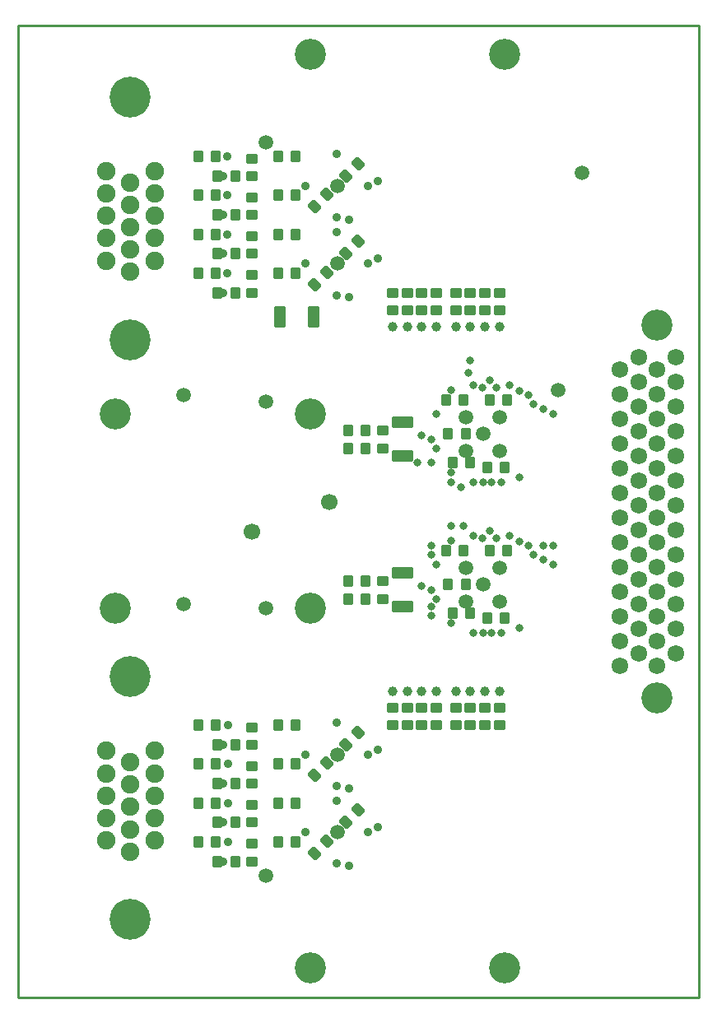
<source format=gbs>
%FSAX43Y43*%
%MOMM*%
G71*
G01*
G75*
G04 Layer_Color=16711935*
%ADD10C,0.200*%
G04:AMPARAMS|DCode=11|XSize=0.8mm|YSize=1mm|CornerRadius=0.08mm|HoleSize=0mm|Usage=FLASHONLY|Rotation=180.000|XOffset=0mm|YOffset=0mm|HoleType=Round|Shape=RoundedRectangle|*
%AMROUNDEDRECTD11*
21,1,0.800,0.840,0,0,180.0*
21,1,0.640,1.000,0,0,180.0*
1,1,0.160,-0.320,0.420*
1,1,0.160,0.320,0.420*
1,1,0.160,0.320,-0.420*
1,1,0.160,-0.320,-0.420*
%
%ADD11ROUNDEDRECTD11*%
%ADD12R,3.048X3.048*%
G04:AMPARAMS|DCode=13|XSize=0.8mm|YSize=1mm|CornerRadius=0.08mm|HoleSize=0mm|Usage=FLASHONLY|Rotation=270.000|XOffset=0mm|YOffset=0mm|HoleType=Round|Shape=RoundedRectangle|*
%AMROUNDEDRECTD13*
21,1,0.800,0.840,0,0,270.0*
21,1,0.640,1.000,0,0,270.0*
1,1,0.160,-0.420,-0.320*
1,1,0.160,-0.420,0.320*
1,1,0.160,0.420,0.320*
1,1,0.160,0.420,-0.320*
%
%ADD13ROUNDEDRECTD13*%
%ADD14R,3.300X2.400*%
%ADD15R,1.000X2.400*%
%ADD16R,5.500X5.500*%
%ADD17R,0.250X0.750*%
%ADD18O,0.250X0.750*%
%ADD19O,0.750X0.250*%
%ADD20R,2.340X2.340*%
%ADD21R,0.900X0.250*%
%ADD22O,0.900X0.250*%
%ADD23O,0.250X0.900*%
%ADD24O,0.762X1.270*%
%ADD25R,0.762X1.270*%
%ADD26C,0.500*%
%ADD27C,0.400*%
%ADD28C,0.175*%
%ADD29C,1.700*%
%ADD30C,4.000*%
%ADD31C,1.524*%
%ADD32C,3.000*%
%ADD33C,0.700*%
%ADD34C,1.500*%
%ADD35C,1.300*%
%ADD36C,0.600*%
%ADD37C,0.800*%
G04:AMPARAMS|DCode=38|XSize=0.8mm|YSize=1mm|CornerRadius=0.08mm|HoleSize=0mm|Usage=FLASHONLY|Rotation=225.000|XOffset=0mm|YOffset=0mm|HoleType=Round|Shape=RoundedRectangle|*
%AMROUNDEDRECTD38*
21,1,0.800,0.840,0,0,225.0*
21,1,0.640,1.000,0,0,225.0*
1,1,0.160,-0.523,0.071*
1,1,0.160,-0.071,0.523*
1,1,0.160,0.523,-0.071*
1,1,0.160,0.071,-0.523*
%
%ADD38ROUNDEDRECTD38*%
G04:AMPARAMS|DCode=39|XSize=1mm|YSize=2mm|CornerRadius=0.1mm|HoleSize=0mm|Usage=FLASHONLY|Rotation=270.000|XOffset=0mm|YOffset=0mm|HoleType=Round|Shape=RoundedRectangle|*
%AMROUNDEDRECTD39*
21,1,1.000,1.800,0,0,270.0*
21,1,0.800,2.000,0,0,270.0*
1,1,0.200,-0.900,-0.400*
1,1,0.200,-0.900,0.400*
1,1,0.200,0.900,0.400*
1,1,0.200,0.900,-0.400*
%
%ADD39ROUNDEDRECTD39*%
G04:AMPARAMS|DCode=40|XSize=1mm|YSize=2mm|CornerRadius=0.1mm|HoleSize=0mm|Usage=FLASHONLY|Rotation=0.000|XOffset=0mm|YOffset=0mm|HoleType=Round|Shape=RoundedRectangle|*
%AMROUNDEDRECTD40*
21,1,1.000,1.800,0,0,0.0*
21,1,0.800,2.000,0,0,0.0*
1,1,0.200,0.400,-0.900*
1,1,0.200,-0.400,-0.900*
1,1,0.200,-0.400,0.900*
1,1,0.200,0.400,0.900*
%
%ADD40ROUNDEDRECTD40*%
%ADD41C,0.250*%
%ADD42C,0.203*%
%ADD43C,0.100*%
%ADD44C,0.254*%
G04:AMPARAMS|DCode=45|XSize=1mm|YSize=1.2mm|CornerRadius=0.18mm|HoleSize=0mm|Usage=FLASHONLY|Rotation=180.000|XOffset=0mm|YOffset=0mm|HoleType=Round|Shape=RoundedRectangle|*
%AMROUNDEDRECTD45*
21,1,1.000,0.840,0,0,180.0*
21,1,0.640,1.200,0,0,180.0*
1,1,0.360,-0.320,0.420*
1,1,0.360,0.320,0.420*
1,1,0.360,0.320,-0.420*
1,1,0.360,-0.320,-0.420*
%
%ADD45ROUNDEDRECTD45*%
%ADD46R,3.248X3.248*%
G04:AMPARAMS|DCode=47|XSize=1mm|YSize=1.2mm|CornerRadius=0.18mm|HoleSize=0mm|Usage=FLASHONLY|Rotation=270.000|XOffset=0mm|YOffset=0mm|HoleType=Round|Shape=RoundedRectangle|*
%AMROUNDEDRECTD47*
21,1,1.000,0.840,0,0,270.0*
21,1,0.640,1.200,0,0,270.0*
1,1,0.360,-0.420,-0.320*
1,1,0.360,-0.420,0.320*
1,1,0.360,0.420,0.320*
1,1,0.360,0.420,-0.320*
%
%ADD47ROUNDEDRECTD47*%
%ADD48R,3.500X2.600*%
%ADD49R,1.200X2.600*%
%ADD50R,5.700X5.700*%
%ADD51R,0.450X0.950*%
%ADD52O,0.450X0.950*%
%ADD53O,0.950X0.450*%
%ADD54R,2.540X2.540*%
%ADD55R,1.100X0.450*%
%ADD56O,1.100X0.450*%
%ADD57O,0.450X1.100*%
%ADD58O,0.962X1.470*%
%ADD59R,0.962X1.470*%
%ADD60C,1.900*%
%ADD61C,4.200*%
%ADD62C,1.724*%
%ADD63C,3.200*%
%ADD64C,0.900*%
%ADD65C,0.800*%
%ADD66C,1.000*%
G04:AMPARAMS|DCode=67|XSize=1mm|YSize=1.2mm|CornerRadius=0.18mm|HoleSize=0mm|Usage=FLASHONLY|Rotation=225.000|XOffset=0mm|YOffset=0mm|HoleType=Round|Shape=RoundedRectangle|*
%AMROUNDEDRECTD67*
21,1,1.000,0.840,0,0,225.0*
21,1,0.640,1.200,0,0,225.0*
1,1,0.360,-0.523,0.071*
1,1,0.360,-0.071,0.523*
1,1,0.360,0.523,-0.071*
1,1,0.360,0.071,-0.523*
%
%ADD67ROUNDEDRECTD67*%
G04:AMPARAMS|DCode=68|XSize=1.2mm|YSize=2.2mm|CornerRadius=0.2mm|HoleSize=0mm|Usage=FLASHONLY|Rotation=270.000|XOffset=0mm|YOffset=0mm|HoleType=Round|Shape=RoundedRectangle|*
%AMROUNDEDRECTD68*
21,1,1.200,1.800,0,0,270.0*
21,1,0.800,2.200,0,0,270.0*
1,1,0.400,-0.900,-0.400*
1,1,0.400,-0.900,0.400*
1,1,0.400,0.900,0.400*
1,1,0.400,0.900,-0.400*
%
%ADD68ROUNDEDRECTD68*%
G04:AMPARAMS|DCode=69|XSize=1.2mm|YSize=2.2mm|CornerRadius=0.2mm|HoleSize=0mm|Usage=FLASHONLY|Rotation=0.000|XOffset=0mm|YOffset=0mm|HoleType=Round|Shape=RoundedRectangle|*
%AMROUNDEDRECTD69*
21,1,1.200,1.800,0,0,0.0*
21,1,0.800,2.200,0,0,0.0*
1,1,0.400,0.400,-0.900*
1,1,0.400,-0.400,-0.900*
1,1,0.400,-0.400,0.900*
1,1,0.400,0.400,0.900*
%
%ADD69ROUNDEDRECTD69*%
G54D29*
X0057000Y0091000D02*
D03*
X0049000Y0087900D02*
D03*
G54D34*
X0080500Y0102500D02*
D03*
X0074500Y0084200D02*
D03*
X0042000Y0080500D02*
D03*
X0050500Y0080000D02*
D03*
X0042000Y0102000D02*
D03*
X0071000Y0099700D02*
D03*
X0074500D02*
D03*
Y0096200D02*
D03*
X0071000D02*
D03*
X0072800Y0098000D02*
D03*
Y0082500D02*
D03*
X0050500Y0128000D02*
D03*
Y0052500D02*
D03*
X0057800Y0123500D02*
D03*
Y0115500D02*
D03*
Y0065000D02*
D03*
Y0057000D02*
D03*
X0071000Y0080700D02*
D03*
X0074500D02*
D03*
X0071000Y0084200D02*
D03*
X0050500Y0101300D02*
D03*
X0083000Y0124800D02*
D03*
G54D44*
X0025000Y0040000D02*
Y0140000D01*
Y0040000D02*
X0095000D01*
Y0140000D01*
X0025000D02*
X0095000D01*
G54D45*
X0073200Y0079000D02*
D03*
X0075000D02*
D03*
X0071500Y0079500D02*
D03*
X0069700D02*
D03*
X0069200Y0082500D02*
D03*
X0071000D02*
D03*
X0069000Y0086000D02*
D03*
X0070800D02*
D03*
X0075300D02*
D03*
X0073500D02*
D03*
X0058900Y0096500D02*
D03*
X0060700D02*
D03*
X0060700Y0081000D02*
D03*
X0058900D02*
D03*
X0060700Y0098300D02*
D03*
X0058900D02*
D03*
X0058900Y0082800D02*
D03*
X0060700D02*
D03*
X0051700Y0126500D02*
D03*
X0053500D02*
D03*
Y0122500D02*
D03*
X0051700D02*
D03*
Y0118500D02*
D03*
X0053500D02*
D03*
Y0114500D02*
D03*
X0051700D02*
D03*
Y0068000D02*
D03*
X0053500D02*
D03*
Y0064000D02*
D03*
X0051700D02*
D03*
Y0060000D02*
D03*
X0053500D02*
D03*
Y0056000D02*
D03*
X0051700D02*
D03*
X0073500Y0101500D02*
D03*
X0075300D02*
D03*
X0070800D02*
D03*
X0069000D02*
D03*
X0071000Y0098000D02*
D03*
X0069200D02*
D03*
X0069700Y0095000D02*
D03*
X0071500D02*
D03*
X0075000Y0094500D02*
D03*
X0073200D02*
D03*
X0043500Y0126500D02*
D03*
X0045300D02*
D03*
X0047300Y0124500D02*
D03*
X0045500D02*
D03*
X0043500Y0122500D02*
D03*
X0045300D02*
D03*
X0047300Y0120500D02*
D03*
X0045500D02*
D03*
X0043500Y0118500D02*
D03*
X0045300D02*
D03*
X0047300Y0116500D02*
D03*
X0045500D02*
D03*
X0043500Y0114500D02*
D03*
X0045300D02*
D03*
X0047300Y0112500D02*
D03*
X0045500D02*
D03*
X0043500Y0068000D02*
D03*
X0045300D02*
D03*
X0047300Y0066000D02*
D03*
X0045500D02*
D03*
X0043500Y0064000D02*
D03*
X0045300D02*
D03*
X0047300Y0062000D02*
D03*
X0045500D02*
D03*
X0043500Y0060000D02*
D03*
X0045300D02*
D03*
X0047300Y0058000D02*
D03*
X0045500D02*
D03*
X0043500Y0056000D02*
D03*
X0045300D02*
D03*
X0047300Y0054000D02*
D03*
X0045500D02*
D03*
G54D47*
X0062500Y0096500D02*
D03*
Y0098300D02*
D03*
Y0082800D02*
D03*
Y0081000D02*
D03*
X0074500Y0068000D02*
D03*
Y0069800D02*
D03*
X0073000Y0068000D02*
D03*
Y0069800D02*
D03*
X0070000D02*
D03*
Y0068000D02*
D03*
X0049000Y0126300D02*
D03*
Y0124500D02*
D03*
Y0120500D02*
D03*
Y0122300D02*
D03*
Y0118300D02*
D03*
Y0116500D02*
D03*
Y0112500D02*
D03*
Y0114300D02*
D03*
X0074500Y0112500D02*
D03*
Y0110700D02*
D03*
X0073000Y0112500D02*
D03*
Y0110700D02*
D03*
X0071500Y0112500D02*
D03*
Y0110700D02*
D03*
X0070000Y0112500D02*
D03*
Y0110700D02*
D03*
X0068000Y0112500D02*
D03*
Y0110700D02*
D03*
X0066500Y0112500D02*
D03*
Y0110700D02*
D03*
X0065000Y0112500D02*
D03*
Y0110700D02*
D03*
X0063500Y0112500D02*
D03*
Y0110700D02*
D03*
X0049000Y0067800D02*
D03*
Y0066000D02*
D03*
Y0062000D02*
D03*
Y0063800D02*
D03*
Y0059800D02*
D03*
Y0058000D02*
D03*
Y0054000D02*
D03*
Y0055800D02*
D03*
X0063500Y0068000D02*
D03*
Y0069800D02*
D03*
X0065000Y0068000D02*
D03*
Y0069800D02*
D03*
X0068000Y0068000D02*
D03*
Y0069800D02*
D03*
X0071500D02*
D03*
Y0068000D02*
D03*
X0066500Y0069800D02*
D03*
Y0068000D02*
D03*
G54D60*
X0039000Y0125000D02*
D03*
X0036500Y0123850D02*
D03*
X0034000Y0125000D02*
D03*
Y0120400D02*
D03*
X0036500Y0119250D02*
D03*
X0039000Y0120400D02*
D03*
Y0115800D02*
D03*
X0036500Y0114650D02*
D03*
X0034000Y0115800D02*
D03*
Y0118100D02*
D03*
X0036500Y0116950D02*
D03*
X0039000Y0118100D02*
D03*
X0034000Y0122700D02*
D03*
X0036500Y0121550D02*
D03*
X0039000Y0122700D02*
D03*
Y0065350D02*
D03*
X0036500Y0064200D02*
D03*
X0034000Y0065350D02*
D03*
Y0060750D02*
D03*
X0036500Y0059600D02*
D03*
X0039000Y0060750D02*
D03*
Y0056150D02*
D03*
X0036500Y0055000D02*
D03*
X0034000Y0056150D02*
D03*
Y0058450D02*
D03*
X0036500Y0057300D02*
D03*
X0039000Y0058450D02*
D03*
X0034000Y0063050D02*
D03*
X0036500Y0061900D02*
D03*
X0039000Y0063050D02*
D03*
G54D61*
X0036460Y0132650D02*
D03*
Y0107650D02*
D03*
Y0073000D02*
D03*
Y0048000D02*
D03*
G54D62*
X0092607Y0075405D02*
D03*
Y0105885D02*
D03*
Y0103345D02*
D03*
Y0100805D02*
D03*
Y0098265D02*
D03*
Y0095725D02*
D03*
Y0093185D02*
D03*
Y0090645D02*
D03*
Y0088105D02*
D03*
Y0085565D02*
D03*
Y0083025D02*
D03*
Y0080485D02*
D03*
Y0077945D02*
D03*
X0090702Y0076675D02*
D03*
Y0079215D02*
D03*
Y0081755D02*
D03*
Y0084295D02*
D03*
Y0086835D02*
D03*
Y0089375D02*
D03*
Y0091915D02*
D03*
Y0094455D02*
D03*
Y0096995D02*
D03*
Y0099535D02*
D03*
Y0102075D02*
D03*
Y0104615D02*
D03*
Y0074135D02*
D03*
X0086892D02*
D03*
Y0104615D02*
D03*
Y0102075D02*
D03*
Y0099535D02*
D03*
Y0096995D02*
D03*
Y0094455D02*
D03*
Y0091915D02*
D03*
Y0089375D02*
D03*
Y0086835D02*
D03*
Y0084295D02*
D03*
Y0081755D02*
D03*
Y0079215D02*
D03*
Y0076675D02*
D03*
X0088797Y0077945D02*
D03*
Y0080485D02*
D03*
Y0083025D02*
D03*
Y0085565D02*
D03*
Y0088105D02*
D03*
Y0090645D02*
D03*
Y0093185D02*
D03*
Y0095725D02*
D03*
Y0098265D02*
D03*
Y0100805D02*
D03*
Y0103345D02*
D03*
Y0105885D02*
D03*
Y0075405D02*
D03*
G54D63*
X0090702Y0070825D02*
D03*
Y0109195D02*
D03*
X0075000Y0043000D02*
D03*
Y0137000D02*
D03*
X0035000Y0080000D02*
D03*
Y0100000D02*
D03*
X0055000D02*
D03*
Y0080000D02*
D03*
Y0137000D02*
D03*
Y0043000D02*
D03*
G54D64*
X0062000Y0124000D02*
D03*
X0046100Y0054000D02*
D03*
Y0058000D02*
D03*
Y0062000D02*
D03*
Y0066000D02*
D03*
Y0112500D02*
D03*
Y0116500D02*
D03*
Y0120500D02*
D03*
X0046532Y0068000D02*
D03*
Y0060000D02*
D03*
Y0064000D02*
D03*
X0059000Y0120000D02*
D03*
X0062000Y0065500D02*
D03*
X0059000Y0061500D02*
D03*
X0062000Y0057500D02*
D03*
X0059000Y0053500D02*
D03*
X0057750Y0126750D02*
D03*
X0061000Y0123500D02*
D03*
X0057750Y0120250D02*
D03*
X0054500Y0123500D02*
D03*
X0062000Y0116000D02*
D03*
X0059000Y0112000D02*
D03*
X0054500Y0115500D02*
D03*
X0057750Y0112250D02*
D03*
X0061000Y0115500D02*
D03*
X0057750Y0118750D02*
D03*
X0057750Y0061750D02*
D03*
X0061000Y0065000D02*
D03*
X0057750Y0068250D02*
D03*
X0057750Y0053750D02*
D03*
X0061000Y0057000D02*
D03*
X0057750Y0060250D02*
D03*
X0054500Y0057000D02*
D03*
Y0065000D02*
D03*
X0046500Y0126500D02*
D03*
Y0122500D02*
D03*
Y0118500D02*
D03*
Y0114500D02*
D03*
X0046532Y0056000D02*
D03*
X0046100Y0124500D02*
D03*
G54D65*
X0072800Y0093000D02*
D03*
X0073700D02*
D03*
X0080000Y0086500D02*
D03*
X0079000D02*
D03*
X0072700Y0102700D02*
D03*
X0074200D02*
D03*
X0069500Y0093000D02*
D03*
X0070500Y0092500D02*
D03*
X0067500Y0085500D02*
D03*
Y0086500D02*
D03*
X0069500Y0088500D02*
D03*
X0070800D02*
D03*
X0067500Y0080200D02*
D03*
X0067500Y0079300D02*
D03*
Y0097400D02*
D03*
X0066500Y0097800D02*
D03*
Y0082300D02*
D03*
X0067500Y0081900D02*
D03*
X0069500Y0078500D02*
D03*
X0074700Y0077500D02*
D03*
X0071800D02*
D03*
X0075500Y0087500D02*
D03*
X0071800D02*
D03*
X0069500Y0087000D02*
D03*
X0068000Y0084500D02*
D03*
Y0081000D02*
D03*
X0071500Y0105500D02*
D03*
X0071250Y0104250D02*
D03*
X0068000Y0096500D02*
D03*
X0067500Y0095000D02*
D03*
X0066000D02*
D03*
X0068000Y0100000D02*
D03*
X0069500Y0102500D02*
D03*
X0071800Y0103000D02*
D03*
X0075500D02*
D03*
X0071800Y0093000D02*
D03*
X0074700D02*
D03*
X0072800Y0077500D02*
D03*
X0073700D02*
D03*
X0069500Y0094000D02*
D03*
X0072700Y0102700D02*
D03*
X0073500Y0103500D02*
D03*
X0074200Y0102700D02*
D03*
Y0087200D02*
D03*
X0073500Y0088000D02*
D03*
X0072700Y0087200D02*
D03*
X0079000Y0085000D02*
D03*
X0080000Y0084500D02*
D03*
Y0100000D02*
D03*
X0079000Y0100500D02*
D03*
X0078000Y0101000D02*
D03*
X0076500Y0093500D02*
D03*
X0076500Y0102400D02*
D03*
X0077500Y0102000D02*
D03*
Y0086500D02*
D03*
X0076500Y0086900D02*
D03*
X0078000Y0085500D02*
D03*
X0076500Y0078000D02*
D03*
G54D66*
X0063500Y0109000D02*
D03*
X0065000D02*
D03*
X0066500D02*
D03*
X0068000D02*
D03*
X0070000D02*
D03*
X0071500D02*
D03*
X0073000D02*
D03*
X0074500D02*
D03*
X0063500Y0071500D02*
D03*
X0065000D02*
D03*
X0066500D02*
D03*
X0068000D02*
D03*
X0070000D02*
D03*
X0071500D02*
D03*
X0073000D02*
D03*
X0074500D02*
D03*
G54D67*
X0058700Y0066000D02*
D03*
X0059973Y0067273D02*
D03*
X0056700Y0064100D02*
D03*
X0055427Y0062827D02*
D03*
X0058700Y0116500D02*
D03*
X0059973Y0117773D02*
D03*
X0058700Y0124500D02*
D03*
X0059973Y0125773D02*
D03*
X0056700Y0122600D02*
D03*
X0055427Y0121327D02*
D03*
X0059973Y0059273D02*
D03*
X0058700Y0058000D02*
D03*
X0055427Y0113327D02*
D03*
X0056700Y0114600D02*
D03*
X0055427Y0054827D02*
D03*
X0056700Y0056100D02*
D03*
G54D68*
X0064500Y0083700D02*
D03*
Y0080200D02*
D03*
Y0099200D02*
D03*
Y0095700D02*
D03*
G54D69*
X0051900Y0110000D02*
D03*
X0055400D02*
D03*
M02*

</source>
